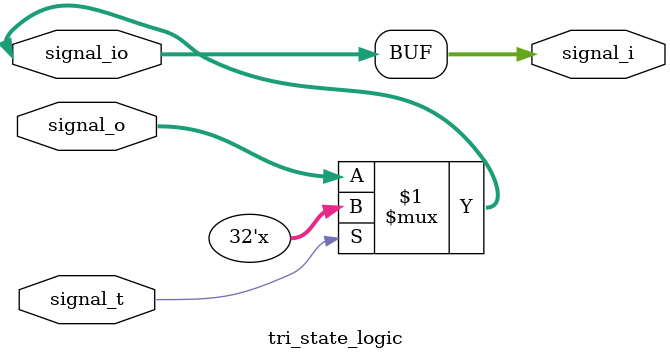
<source format=v>
module tri_state_logic(
  inout [31:0] signal_io,
  output [31:0] signal_i,
  input [31:0] signal_o,
  input signal_t,
);
  assign signal_io = signal_t ? 32'bz : signal_o;
  assign signal_i = signal_io;
endmodule
</source>
